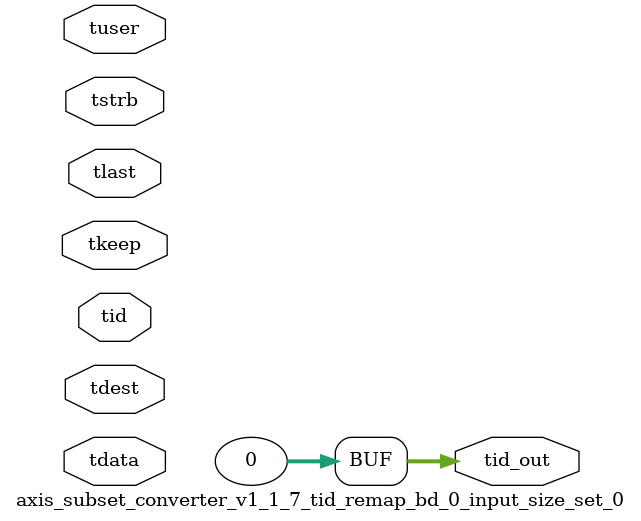
<source format=v>


`timescale 1ps/1ps

module axis_subset_converter_v1_1_7_tid_remap_bd_0_input_size_set_0 #
(
parameter C_S_AXIS_TID_WIDTH   = 1,
parameter C_S_AXIS_TUSER_WIDTH = 0,
parameter C_S_AXIS_TDATA_WIDTH = 0,
parameter C_S_AXIS_TDEST_WIDTH = 0,
parameter C_M_AXIS_TID_WIDTH   = 32
)
(
input  [(C_S_AXIS_TID_WIDTH   == 0 ? 1 : C_S_AXIS_TID_WIDTH)-1:0       ] tid,
input  [(C_S_AXIS_TDATA_WIDTH == 0 ? 1 : C_S_AXIS_TDATA_WIDTH)-1:0     ] tdata,
input  [(C_S_AXIS_TUSER_WIDTH == 0 ? 1 : C_S_AXIS_TUSER_WIDTH)-1:0     ] tuser,
input  [(C_S_AXIS_TDEST_WIDTH == 0 ? 1 : C_S_AXIS_TDEST_WIDTH)-1:0     ] tdest,
input  [(C_S_AXIS_TDATA_WIDTH/8)-1:0 ] tkeep,
input  [(C_S_AXIS_TDATA_WIDTH/8)-1:0 ] tstrb,
input                                                                    tlast,
output [(C_M_AXIS_TID_WIDTH   == 0 ? 1 : C_M_AXIS_TID_WIDTH)-1:0       ] tid_out
);

assign tid_out = {1'b0};

endmodule


</source>
